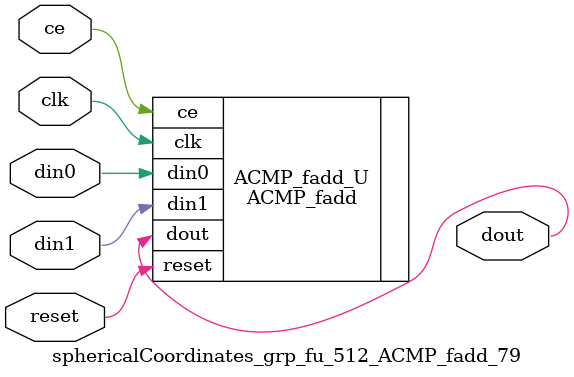
<source format=v>

`timescale 1 ns / 1 ps
module sphericalCoordinates_grp_fu_512_ACMP_fadd_79(
    clk,
    reset,
    ce,
    din0,
    din1,
    dout);

parameter ID = 32'd1;
parameter NUM_STAGE = 32'd1;
parameter din0_WIDTH = 32'd1;
parameter din1_WIDTH = 32'd1;
parameter dout_WIDTH = 32'd1;
input clk;
input reset;
input ce;
input[din0_WIDTH - 1:0] din0;
input[din1_WIDTH - 1:0] din1;
output[dout_WIDTH - 1:0] dout;



ACMP_fadd #(
.ID( ID ),
.NUM_STAGE( 4 ),
.din0_WIDTH( din0_WIDTH ),
.din1_WIDTH( din1_WIDTH ),
.dout_WIDTH( dout_WIDTH ))
ACMP_fadd_U(
    .clk( clk ),
    .reset( reset ),
    .ce( ce ),
    .din0( din0 ),
    .din1( din1 ),
    .dout( dout ));

endmodule

</source>
